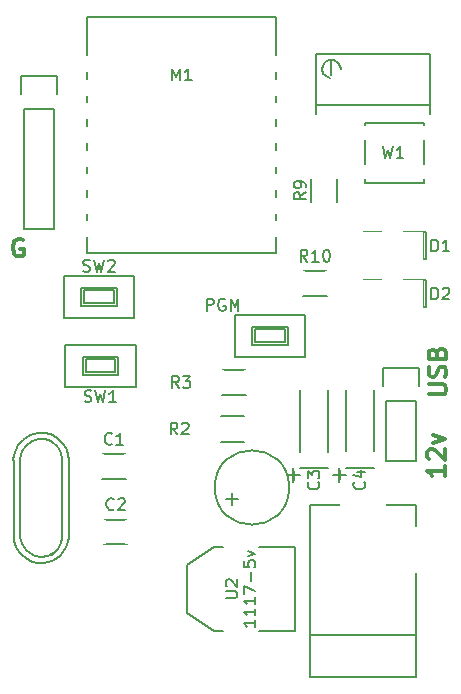
<source format=gto>
G04 #@! TF.FileFunction,Legend,Top*
%FSLAX46Y46*%
G04 Gerber Fmt 4.6, Leading zero omitted, Abs format (unit mm)*
G04 Created by KiCad (PCBNEW (2015-08-28 BZR 6132, Git 156d5f5)-product) date 30-Aug-15 1:46:12 AM*
%MOMM*%
G01*
G04 APERTURE LIST*
%ADD10C,0.100000*%
%ADD11C,0.300000*%
%ADD12C,0.150000*%
%ADD13R,2.400000X2.000000*%
%ADD14R,1.901140X3.399740*%
%ADD15C,1.901140*%
%ADD16R,3.900120X3.900120*%
%ADD17R,1.924000X2.432000*%
%ADD18R,2.432000X2.127200*%
%ADD19O,2.432000X2.127200*%
%ADD20R,2.400000X1.400000*%
%ADD21O,1.650000X1.350000*%
%ADD22O,1.400000X1.950000*%
%ADD23R,2.400000X2.100000*%
%ADD24R,2.100000X2.400000*%
%ADD25C,1.924000*%
%ADD26R,2.580000X2.000000*%
%ADD27R,2.432000X4.057600*%
%ADD28R,2.432000X1.416000*%
%ADD29R,1.900000X1.300000*%
%ADD30O,2.899360X2.398980*%
G04 APERTURE END LIST*
D10*
D11*
X139868257Y-92291200D02*
X139725400Y-92219771D01*
X139511114Y-92219771D01*
X139296829Y-92291200D01*
X139153971Y-92434057D01*
X139082543Y-92576914D01*
X139011114Y-92862629D01*
X139011114Y-93076914D01*
X139082543Y-93362629D01*
X139153971Y-93505486D01*
X139296829Y-93648343D01*
X139511114Y-93719771D01*
X139653971Y-93719771D01*
X139868257Y-93648343D01*
X139939686Y-93576914D01*
X139939686Y-93076914D01*
X139653971Y-93076914D01*
X175589511Y-111454822D02*
X175589511Y-112311965D01*
X175589511Y-111883393D02*
X174089511Y-111883393D01*
X174303797Y-112026250D01*
X174446654Y-112169108D01*
X174518083Y-112311965D01*
X174232369Y-110883394D02*
X174160940Y-110811965D01*
X174089511Y-110669108D01*
X174089511Y-110311965D01*
X174160940Y-110169108D01*
X174232369Y-110097679D01*
X174375226Y-110026251D01*
X174518083Y-110026251D01*
X174732369Y-110097679D01*
X175589511Y-110954822D01*
X175589511Y-110026251D01*
X174589511Y-109526251D02*
X175589511Y-109169108D01*
X174589511Y-108811966D01*
X174213971Y-105411557D02*
X175428257Y-105411557D01*
X175571114Y-105340129D01*
X175642543Y-105268700D01*
X175713971Y-105125843D01*
X175713971Y-104840129D01*
X175642543Y-104697271D01*
X175571114Y-104625843D01*
X175428257Y-104554414D01*
X174213971Y-104554414D01*
X175642543Y-103911557D02*
X175713971Y-103697271D01*
X175713971Y-103340128D01*
X175642543Y-103197271D01*
X175571114Y-103125842D01*
X175428257Y-103054414D01*
X175285400Y-103054414D01*
X175142543Y-103125842D01*
X175071114Y-103197271D01*
X174999686Y-103340128D01*
X174928257Y-103625842D01*
X174856829Y-103768700D01*
X174785400Y-103840128D01*
X174642543Y-103911557D01*
X174499686Y-103911557D01*
X174356829Y-103840128D01*
X174285400Y-103768700D01*
X174213971Y-103625842D01*
X174213971Y-103268700D01*
X174285400Y-103054414D01*
X174928257Y-101911557D02*
X174999686Y-101697271D01*
X175071114Y-101625843D01*
X175213971Y-101554414D01*
X175428257Y-101554414D01*
X175571114Y-101625843D01*
X175642543Y-101697271D01*
X175713971Y-101840129D01*
X175713971Y-102411557D01*
X174213971Y-102411557D01*
X174213971Y-101911557D01*
X174285400Y-101768700D01*
X174356829Y-101697271D01*
X174499686Y-101625843D01*
X174642543Y-101625843D01*
X174785400Y-101697271D01*
X174856829Y-101768700D01*
X174928257Y-101911557D01*
X174928257Y-102411557D01*
D12*
X148578000Y-110482000D02*
X146578000Y-110482000D01*
X146578000Y-112532000D02*
X148578000Y-112532000D01*
X148725320Y-116026820D02*
X146725320Y-116026820D01*
X146725320Y-118076820D02*
X148725320Y-118076820D01*
X165716140Y-110264940D02*
X165716140Y-105063020D01*
X163318380Y-105063020D02*
X163318380Y-110264940D01*
X162218560Y-112263920D02*
X163318380Y-112263920D01*
X162718940Y-112863360D02*
X162718940Y-111664480D01*
X163318380Y-111659400D02*
X165716140Y-111659400D01*
X169604880Y-110203980D02*
X169604880Y-105002060D01*
X167207120Y-105002060D02*
X167207120Y-110203980D01*
X166107300Y-112202960D02*
X167207120Y-112202960D01*
X166607680Y-112802400D02*
X166607680Y-111603520D01*
X167207120Y-111598440D02*
X169604880Y-111598440D01*
X157062360Y-114285760D02*
X158063120Y-114285760D01*
X157562740Y-114786140D02*
X157562740Y-113785380D01*
X162411600Y-113285000D02*
G75*
G03X162411600Y-113285000I-3149600J0D01*
G01*
X164159120Y-125794500D02*
X173160880Y-125794500D01*
X164159120Y-129294620D02*
X173160880Y-129294620D01*
X173160880Y-129294620D02*
X173160880Y-114793760D01*
X173160880Y-114793760D02*
X164159120Y-114793760D01*
X164159120Y-114793760D02*
X164159120Y-129294620D01*
X173740000Y-93981000D02*
X173994000Y-93981000D01*
X173994000Y-93981000D02*
X173994000Y-91695000D01*
X173994000Y-91695000D02*
X173740000Y-91695000D01*
X173740000Y-93981000D02*
X173740000Y-91695000D01*
X173740000Y-91695000D02*
X172089000Y-91695000D01*
X170311000Y-93981000D02*
X168660000Y-93981000D01*
X168660000Y-93981000D02*
X168660000Y-91695000D01*
X168660000Y-91695000D02*
X170311000Y-91695000D01*
X172089000Y-93981000D02*
X173740000Y-93981000D01*
X173740000Y-98045000D02*
X173994000Y-98045000D01*
X173994000Y-98045000D02*
X173994000Y-95759000D01*
X173994000Y-95759000D02*
X173740000Y-95759000D01*
X173740000Y-98045000D02*
X173740000Y-95759000D01*
X173740000Y-95759000D02*
X172089000Y-95759000D01*
X170311000Y-98045000D02*
X168660000Y-98045000D01*
X168660000Y-98045000D02*
X168660000Y-95759000D01*
X168660000Y-95759000D02*
X170311000Y-95759000D01*
X172089000Y-98045000D02*
X173740000Y-98045000D01*
X170615800Y-105969800D02*
X170615800Y-111049800D01*
X170615800Y-111049800D02*
X173155800Y-111049800D01*
X173155800Y-111049800D02*
X173155800Y-105969800D01*
X173435800Y-103149800D02*
X173435800Y-104699800D01*
X173155800Y-105969800D02*
X170615800Y-105969800D01*
X170335800Y-104699800D02*
X170335800Y-103149800D01*
X170335800Y-103149800D02*
X173435800Y-103149800D01*
X145293000Y-93440000D02*
X161293000Y-93440000D01*
X161293000Y-93440000D02*
X161293000Y-73440000D01*
X161293000Y-73440000D02*
X145293000Y-73440000D01*
X145293000Y-73440000D02*
X145293000Y-93440000D01*
X139678000Y-80011000D02*
X139678000Y-78461000D01*
X139678000Y-78461000D02*
X142778000Y-78461000D01*
X142778000Y-78461000D02*
X142778000Y-80011000D01*
X142498000Y-81281000D02*
X142498000Y-91441000D01*
X142498000Y-91441000D02*
X139958000Y-91441000D01*
X139958000Y-91441000D02*
X139958000Y-81281000D01*
X142498000Y-81281000D02*
X139958000Y-81281000D01*
X158611000Y-109407000D02*
X156611000Y-109407000D01*
X156611000Y-107257000D02*
X158611000Y-107257000D01*
X156738000Y-103320000D02*
X158738000Y-103320000D01*
X158738000Y-105470000D02*
X156738000Y-105470000D01*
X166433000Y-87139000D02*
X166433000Y-89139000D01*
X164283000Y-89139000D02*
X164283000Y-87139000D01*
X165596000Y-97088000D02*
X163596000Y-97088000D01*
X163596000Y-94938000D02*
X165596000Y-94938000D01*
X165993000Y-77090000D02*
X165993000Y-78360000D01*
X166780400Y-77839300D02*
X166742300Y-77585300D01*
X166742300Y-77585300D02*
X166564500Y-77305900D01*
X166564500Y-77305900D02*
X166247000Y-77090000D01*
X166247000Y-77090000D02*
X165802500Y-77077300D01*
X165802500Y-77077300D02*
X165446900Y-77280500D01*
X165446900Y-77280500D02*
X165269100Y-77572600D01*
X165269100Y-77572600D02*
X165218300Y-77890100D01*
X165218300Y-77890100D02*
X165319900Y-78296500D01*
X165319900Y-78296500D02*
X165662800Y-78550500D01*
X165662800Y-78550500D02*
X165840600Y-78639400D01*
X174375000Y-80900000D02*
X164723000Y-80900000D01*
X164723000Y-77852000D02*
X164723000Y-76582000D01*
X164723000Y-76582000D02*
X174375000Y-76582000D01*
X174375000Y-76582000D02*
X174375000Y-81662000D01*
X164723000Y-81662000D02*
X164723000Y-79122000D01*
X164723000Y-79122000D02*
X164723000Y-77852000D01*
X159546110Y-99907780D02*
X162046110Y-99907780D01*
X162046110Y-99907780D02*
X162046110Y-101007780D01*
X162046110Y-101007780D02*
X159546110Y-101007780D01*
X159546110Y-101007780D02*
X159546110Y-99907780D01*
X159296110Y-101257780D02*
X162296110Y-101257780D01*
X159296110Y-99657780D02*
X162296110Y-99657780D01*
X162296110Y-99657780D02*
X162296110Y-101257780D01*
X159296110Y-99657780D02*
X159296110Y-101257780D01*
X157796110Y-102207780D02*
X163796110Y-102207780D01*
X157796110Y-98707780D02*
X163796110Y-98707780D01*
X157796110Y-98707780D02*
X157796110Y-102207780D01*
X163796110Y-98707780D02*
X163796110Y-102207780D01*
X147674890Y-103548220D02*
X145174890Y-103548220D01*
X145174890Y-103548220D02*
X145174890Y-102448220D01*
X145174890Y-102448220D02*
X147674890Y-102448220D01*
X147674890Y-102448220D02*
X147674890Y-103548220D01*
X147924890Y-102198220D02*
X144924890Y-102198220D01*
X147924890Y-103798220D02*
X144924890Y-103798220D01*
X144924890Y-103798220D02*
X144924890Y-102198220D01*
X147924890Y-103798220D02*
X147924890Y-102198220D01*
X149424890Y-101248220D02*
X143424890Y-101248220D01*
X149424890Y-104748220D02*
X143424890Y-104748220D01*
X149424890Y-104748220D02*
X149424890Y-101248220D01*
X143424890Y-104748220D02*
X143424890Y-101248220D01*
X145068110Y-96605780D02*
X147568110Y-96605780D01*
X147568110Y-96605780D02*
X147568110Y-97705780D01*
X147568110Y-97705780D02*
X145068110Y-97705780D01*
X145068110Y-97705780D02*
X145068110Y-96605780D01*
X144818110Y-97955780D02*
X147818110Y-97955780D01*
X144818110Y-96355780D02*
X147818110Y-96355780D01*
X147818110Y-96355780D02*
X147818110Y-97955780D01*
X144818110Y-96355780D02*
X144818110Y-97955780D01*
X143318110Y-98905780D02*
X149318110Y-98905780D01*
X143318110Y-95405780D02*
X149318110Y-95405780D01*
X143318110Y-95405780D02*
X143318110Y-98905780D01*
X149318110Y-95405780D02*
X149318110Y-98905780D01*
X159866520Y-125441440D02*
X162914520Y-125441440D01*
X162914520Y-125441440D02*
X162914520Y-118329440D01*
X162914520Y-118329440D02*
X159866520Y-118329440D01*
X156818520Y-125441440D02*
X156056520Y-125441440D01*
X156056520Y-125441440D02*
X153770520Y-123917440D01*
X153770520Y-123917440D02*
X153770520Y-119853440D01*
X153770520Y-119853440D02*
X156056520Y-118329440D01*
X156056520Y-118329440D02*
X156818520Y-118329440D01*
X173827000Y-87464000D02*
X168827000Y-87464000D01*
X168827000Y-87464000D02*
X168827000Y-82464000D01*
X168827000Y-82464000D02*
X173827000Y-82464000D01*
X173827000Y-82464000D02*
X173827000Y-87464000D01*
X142411640Y-118873000D02*
X142010320Y-119073660D01*
X142010320Y-119073660D02*
X141410880Y-119175260D01*
X141410880Y-119175260D02*
X140910500Y-119073660D01*
X140910500Y-119073660D02*
X140212000Y-118674880D01*
X140212000Y-118674880D02*
X139810680Y-118072900D01*
X139810680Y-118072900D02*
X139610020Y-117473460D01*
X139610020Y-117473460D02*
X139610020Y-110874540D01*
X139610020Y-110874540D02*
X139810680Y-110173500D01*
X139810680Y-110173500D02*
X140110400Y-109774720D01*
X140110400Y-109774720D02*
X140610780Y-109373400D01*
X140610780Y-109373400D02*
X141210220Y-109172740D01*
X141210220Y-109172740D02*
X141710600Y-109172740D01*
X141710600Y-109172740D02*
X142210980Y-109373400D01*
X142210980Y-109373400D02*
X142810420Y-109873780D01*
X142810420Y-109873780D02*
X143110140Y-110374160D01*
X143110140Y-110374160D02*
X143211740Y-110874540D01*
X143211740Y-110973600D02*
X143211740Y-117575060D01*
X143211740Y-117575060D02*
X143110140Y-117973840D01*
X143110140Y-117973840D02*
X142810420Y-118474220D01*
X142810420Y-118474220D02*
X142310040Y-118974600D01*
X143740060Y-110983760D02*
X143691800Y-110524020D01*
X143691800Y-110524020D02*
X143580040Y-110125240D01*
X143580040Y-110125240D02*
X143361600Y-109693440D01*
X143361600Y-109693440D02*
X143130460Y-109403880D01*
X143130460Y-109403880D02*
X142779940Y-109073680D01*
X142779940Y-109073680D02*
X142241460Y-108784120D01*
X142241460Y-108784120D02*
X141642020Y-108654580D01*
X141642020Y-108654580D02*
X141131480Y-108654580D01*
X141131480Y-108654580D02*
X140430440Y-108824760D01*
X140430440Y-108824760D02*
X139841160Y-109223540D01*
X139841160Y-109223540D02*
X139470320Y-109683280D01*
X139470320Y-109683280D02*
X139262040Y-110104920D01*
X139262040Y-110104920D02*
X139102020Y-110554500D01*
X139102020Y-110554500D02*
X139071540Y-110993920D01*
X139289980Y-118334520D02*
X139510960Y-118712980D01*
X139510960Y-118712980D02*
X139790360Y-119033020D01*
X139790360Y-119033020D02*
X140120560Y-119284480D01*
X140120560Y-119284480D02*
X140671740Y-119584200D01*
X140671740Y-119584200D02*
X141141640Y-119693420D01*
X141141640Y-119693420D02*
X141601380Y-119713740D01*
X141601380Y-119713740D02*
X142061120Y-119624840D01*
X142061120Y-119624840D02*
X142510700Y-119434340D01*
X142510700Y-119434340D02*
X142980600Y-119073660D01*
X142980600Y-119073660D02*
X143300640Y-118723140D01*
X143300640Y-118723140D02*
X143531780Y-118334520D01*
X143531780Y-118334520D02*
X143671480Y-117905260D01*
X143671480Y-117905260D02*
X143740060Y-117463300D01*
X139081700Y-110973600D02*
X139081700Y-117425200D01*
X139081700Y-117425200D02*
X139119800Y-117844300D01*
X139119800Y-117844300D02*
X139289980Y-118334520D01*
X143740060Y-110973600D02*
X143740060Y-117425200D01*
X147411334Y-109564143D02*
X147363715Y-109611762D01*
X147220858Y-109659381D01*
X147125620Y-109659381D01*
X146982762Y-109611762D01*
X146887524Y-109516524D01*
X146839905Y-109421286D01*
X146792286Y-109230810D01*
X146792286Y-109087952D01*
X146839905Y-108897476D01*
X146887524Y-108802238D01*
X146982762Y-108707000D01*
X147125620Y-108659381D01*
X147220858Y-108659381D01*
X147363715Y-108707000D01*
X147411334Y-108754619D01*
X148363715Y-109659381D02*
X147792286Y-109659381D01*
X148078000Y-109659381D02*
X148078000Y-108659381D01*
X147982762Y-108802238D01*
X147887524Y-108897476D01*
X147792286Y-108945095D01*
X147558654Y-115108963D02*
X147511035Y-115156582D01*
X147368178Y-115204201D01*
X147272940Y-115204201D01*
X147130082Y-115156582D01*
X147034844Y-115061344D01*
X146987225Y-114966106D01*
X146939606Y-114775630D01*
X146939606Y-114632772D01*
X146987225Y-114442296D01*
X147034844Y-114347058D01*
X147130082Y-114251820D01*
X147272940Y-114204201D01*
X147368178Y-114204201D01*
X147511035Y-114251820D01*
X147558654Y-114299439D01*
X147939606Y-114299439D02*
X147987225Y-114251820D01*
X148082463Y-114204201D01*
X148320559Y-114204201D01*
X148415797Y-114251820D01*
X148463416Y-114299439D01*
X148511035Y-114394677D01*
X148511035Y-114489915D01*
X148463416Y-114632772D01*
X147891987Y-115204201D01*
X148511035Y-115204201D01*
X164874403Y-112830646D02*
X164922022Y-112878265D01*
X164969641Y-113021122D01*
X164969641Y-113116360D01*
X164922022Y-113259218D01*
X164826784Y-113354456D01*
X164731546Y-113402075D01*
X164541070Y-113449694D01*
X164398212Y-113449694D01*
X164207736Y-113402075D01*
X164112498Y-113354456D01*
X164017260Y-113259218D01*
X163969641Y-113116360D01*
X163969641Y-113021122D01*
X164017260Y-112878265D01*
X164064879Y-112830646D01*
X163969641Y-112497313D02*
X163969641Y-111878265D01*
X164350593Y-112211599D01*
X164350593Y-112068741D01*
X164398212Y-111973503D01*
X164445831Y-111925884D01*
X164541070Y-111878265D01*
X164779165Y-111878265D01*
X164874403Y-111925884D01*
X164922022Y-111973503D01*
X164969641Y-112068741D01*
X164969641Y-112354456D01*
X164922022Y-112449694D01*
X164874403Y-112497313D01*
X162787829Y-112644872D02*
X162787829Y-111882967D01*
X163168781Y-112263919D02*
X162406876Y-112263919D01*
X168763143Y-112816666D02*
X168810762Y-112864285D01*
X168858381Y-113007142D01*
X168858381Y-113102380D01*
X168810762Y-113245238D01*
X168715524Y-113340476D01*
X168620286Y-113388095D01*
X168429810Y-113435714D01*
X168286952Y-113435714D01*
X168096476Y-113388095D01*
X168001238Y-113340476D01*
X167906000Y-113245238D01*
X167858381Y-113102380D01*
X167858381Y-113007142D01*
X167906000Y-112864285D01*
X167953619Y-112816666D01*
X168191714Y-111959523D02*
X168858381Y-111959523D01*
X167810762Y-112197619D02*
X168525048Y-112435714D01*
X168525048Y-111816666D01*
X166676569Y-112583912D02*
X166676569Y-111822007D01*
X167057521Y-112202959D02*
X166295616Y-112202959D01*
X174461905Y-93290381D02*
X174461905Y-92290381D01*
X174700000Y-92290381D01*
X174842858Y-92338000D01*
X174938096Y-92433238D01*
X174985715Y-92528476D01*
X175033334Y-92718952D01*
X175033334Y-92861810D01*
X174985715Y-93052286D01*
X174938096Y-93147524D01*
X174842858Y-93242762D01*
X174700000Y-93290381D01*
X174461905Y-93290381D01*
X175985715Y-93290381D02*
X175414286Y-93290381D01*
X175700000Y-93290381D02*
X175700000Y-92290381D01*
X175604762Y-92433238D01*
X175509524Y-92528476D01*
X175414286Y-92576095D01*
X174461905Y-97354381D02*
X174461905Y-96354381D01*
X174700000Y-96354381D01*
X174842858Y-96402000D01*
X174938096Y-96497238D01*
X174985715Y-96592476D01*
X175033334Y-96782952D01*
X175033334Y-96925810D01*
X174985715Y-97116286D01*
X174938096Y-97211524D01*
X174842858Y-97306762D01*
X174700000Y-97354381D01*
X174461905Y-97354381D01*
X175414286Y-96449619D02*
X175461905Y-96402000D01*
X175557143Y-96354381D01*
X175795239Y-96354381D01*
X175890477Y-96402000D01*
X175938096Y-96449619D01*
X175985715Y-96544857D01*
X175985715Y-96640095D01*
X175938096Y-96782952D01*
X175366667Y-97354381D01*
X175985715Y-97354381D01*
X152483476Y-78812381D02*
X152483476Y-77812381D01*
X152816810Y-78526667D01*
X153150143Y-77812381D01*
X153150143Y-78812381D01*
X154150143Y-78812381D02*
X153578714Y-78812381D01*
X153864428Y-78812381D02*
X153864428Y-77812381D01*
X153769190Y-77955238D01*
X153673952Y-78050476D01*
X153578714Y-78098095D01*
X152944334Y-108784381D02*
X152611000Y-108308190D01*
X152372905Y-108784381D02*
X152372905Y-107784381D01*
X152753858Y-107784381D01*
X152849096Y-107832000D01*
X152896715Y-107879619D01*
X152944334Y-107974857D01*
X152944334Y-108117714D01*
X152896715Y-108212952D01*
X152849096Y-108260571D01*
X152753858Y-108308190D01*
X152372905Y-108308190D01*
X153325286Y-107879619D02*
X153372905Y-107832000D01*
X153468143Y-107784381D01*
X153706239Y-107784381D01*
X153801477Y-107832000D01*
X153849096Y-107879619D01*
X153896715Y-107974857D01*
X153896715Y-108070095D01*
X153849096Y-108212952D01*
X153277667Y-108784381D01*
X153896715Y-108784381D01*
X153071334Y-104847381D02*
X152738000Y-104371190D01*
X152499905Y-104847381D02*
X152499905Y-103847381D01*
X152880858Y-103847381D01*
X152976096Y-103895000D01*
X153023715Y-103942619D01*
X153071334Y-104037857D01*
X153071334Y-104180714D01*
X153023715Y-104275952D01*
X152976096Y-104323571D01*
X152880858Y-104371190D01*
X152499905Y-104371190D01*
X153404667Y-103847381D02*
X154023715Y-103847381D01*
X153690381Y-104228333D01*
X153833239Y-104228333D01*
X153928477Y-104275952D01*
X153976096Y-104323571D01*
X154023715Y-104418810D01*
X154023715Y-104656905D01*
X153976096Y-104752143D01*
X153928477Y-104799762D01*
X153833239Y-104847381D01*
X153547524Y-104847381D01*
X153452286Y-104799762D01*
X153404667Y-104752143D01*
X163810381Y-88305666D02*
X163334190Y-88639000D01*
X163810381Y-88877095D02*
X162810381Y-88877095D01*
X162810381Y-88496142D01*
X162858000Y-88400904D01*
X162905619Y-88353285D01*
X163000857Y-88305666D01*
X163143714Y-88305666D01*
X163238952Y-88353285D01*
X163286571Y-88400904D01*
X163334190Y-88496142D01*
X163334190Y-88877095D01*
X163810381Y-87829476D02*
X163810381Y-87639000D01*
X163762762Y-87543761D01*
X163715143Y-87496142D01*
X163572286Y-87400904D01*
X163381810Y-87353285D01*
X163000857Y-87353285D01*
X162905619Y-87400904D01*
X162858000Y-87448523D01*
X162810381Y-87543761D01*
X162810381Y-87734238D01*
X162858000Y-87829476D01*
X162905619Y-87877095D01*
X163000857Y-87924714D01*
X163238952Y-87924714D01*
X163334190Y-87877095D01*
X163381810Y-87829476D01*
X163429429Y-87734238D01*
X163429429Y-87543761D01*
X163381810Y-87448523D01*
X163334190Y-87400904D01*
X163238952Y-87353285D01*
X163953143Y-94165381D02*
X163619809Y-93689190D01*
X163381714Y-94165381D02*
X163381714Y-93165381D01*
X163762667Y-93165381D01*
X163857905Y-93213000D01*
X163905524Y-93260619D01*
X163953143Y-93355857D01*
X163953143Y-93498714D01*
X163905524Y-93593952D01*
X163857905Y-93641571D01*
X163762667Y-93689190D01*
X163381714Y-93689190D01*
X164905524Y-94165381D02*
X164334095Y-94165381D01*
X164619809Y-94165381D02*
X164619809Y-93165381D01*
X164524571Y-93308238D01*
X164429333Y-93403476D01*
X164334095Y-93451095D01*
X165524571Y-93165381D02*
X165619810Y-93165381D01*
X165715048Y-93213000D01*
X165762667Y-93260619D01*
X165810286Y-93355857D01*
X165857905Y-93546333D01*
X165857905Y-93784429D01*
X165810286Y-93974905D01*
X165762667Y-94070143D01*
X165715048Y-94117762D01*
X165619810Y-94165381D01*
X165524571Y-94165381D01*
X165429333Y-94117762D01*
X165381714Y-94070143D01*
X165334095Y-93974905D01*
X165286476Y-93784429D01*
X165286476Y-93546333D01*
X165334095Y-93355857D01*
X165381714Y-93260619D01*
X165429333Y-93213000D01*
X165524571Y-93165381D01*
X155452667Y-98310161D02*
X155452667Y-97310161D01*
X155833620Y-97310161D01*
X155928858Y-97357780D01*
X155976477Y-97405399D01*
X156024096Y-97500637D01*
X156024096Y-97643494D01*
X155976477Y-97738732D01*
X155928858Y-97786351D01*
X155833620Y-97833970D01*
X155452667Y-97833970D01*
X156976477Y-97357780D02*
X156881239Y-97310161D01*
X156738382Y-97310161D01*
X156595524Y-97357780D01*
X156500286Y-97453018D01*
X156452667Y-97548256D01*
X156405048Y-97738732D01*
X156405048Y-97881590D01*
X156452667Y-98072066D01*
X156500286Y-98167304D01*
X156595524Y-98262542D01*
X156738382Y-98310161D01*
X156833620Y-98310161D01*
X156976477Y-98262542D01*
X157024096Y-98214923D01*
X157024096Y-97881590D01*
X156833620Y-97881590D01*
X157452667Y-98310161D02*
X157452667Y-97310161D01*
X157786001Y-98024447D01*
X158119334Y-97310161D01*
X158119334Y-98310161D01*
X145091557Y-106002982D02*
X145234414Y-106050601D01*
X145472510Y-106050601D01*
X145567748Y-106002982D01*
X145615367Y-105955363D01*
X145662986Y-105860125D01*
X145662986Y-105764887D01*
X145615367Y-105669649D01*
X145567748Y-105622030D01*
X145472510Y-105574410D01*
X145282033Y-105526791D01*
X145186795Y-105479172D01*
X145139176Y-105431553D01*
X145091557Y-105336315D01*
X145091557Y-105241077D01*
X145139176Y-105145839D01*
X145186795Y-105098220D01*
X145282033Y-105050601D01*
X145520129Y-105050601D01*
X145662986Y-105098220D01*
X145996319Y-105050601D02*
X146234414Y-106050601D01*
X146424891Y-105336315D01*
X146615367Y-106050601D01*
X146853462Y-105050601D01*
X147758224Y-106050601D02*
X147186795Y-106050601D01*
X147472509Y-106050601D02*
X147472509Y-105050601D01*
X147377271Y-105193458D01*
X147282033Y-105288696D01*
X147186795Y-105336315D01*
X144984777Y-94960542D02*
X145127634Y-95008161D01*
X145365730Y-95008161D01*
X145460968Y-94960542D01*
X145508587Y-94912923D01*
X145556206Y-94817685D01*
X145556206Y-94722447D01*
X145508587Y-94627209D01*
X145460968Y-94579590D01*
X145365730Y-94531970D01*
X145175253Y-94484351D01*
X145080015Y-94436732D01*
X145032396Y-94389113D01*
X144984777Y-94293875D01*
X144984777Y-94198637D01*
X145032396Y-94103399D01*
X145080015Y-94055780D01*
X145175253Y-94008161D01*
X145413349Y-94008161D01*
X145556206Y-94055780D01*
X145889539Y-94008161D02*
X146127634Y-95008161D01*
X146318111Y-94293875D01*
X146508587Y-95008161D01*
X146746682Y-94008161D01*
X147080015Y-94103399D02*
X147127634Y-94055780D01*
X147222872Y-94008161D01*
X147460968Y-94008161D01*
X147556206Y-94055780D01*
X147603825Y-94103399D01*
X147651444Y-94198637D01*
X147651444Y-94293875D01*
X147603825Y-94436732D01*
X147032396Y-95008161D01*
X147651444Y-95008161D01*
X157032901Y-122647345D02*
X157842425Y-122647345D01*
X157937663Y-122599726D01*
X157985282Y-122552107D01*
X158032901Y-122456869D01*
X158032901Y-122266392D01*
X157985282Y-122171154D01*
X157937663Y-122123535D01*
X157842425Y-122075916D01*
X157032901Y-122075916D01*
X157128139Y-121647345D02*
X157080520Y-121599726D01*
X157032901Y-121504488D01*
X157032901Y-121266392D01*
X157080520Y-121171154D01*
X157128139Y-121123535D01*
X157223377Y-121075916D01*
X157318615Y-121075916D01*
X157461472Y-121123535D01*
X158032901Y-121694964D01*
X158032901Y-121075916D01*
X159556901Y-124504487D02*
X159556901Y-125075916D01*
X159556901Y-124790202D02*
X158556901Y-124790202D01*
X158699758Y-124885440D01*
X158794996Y-124980678D01*
X158842615Y-125075916D01*
X159556901Y-123552106D02*
X159556901Y-124123535D01*
X159556901Y-123837821D02*
X158556901Y-123837821D01*
X158699758Y-123933059D01*
X158794996Y-124028297D01*
X158842615Y-124123535D01*
X159556901Y-122599725D02*
X159556901Y-123171154D01*
X159556901Y-122885440D02*
X158556901Y-122885440D01*
X158699758Y-122980678D01*
X158794996Y-123075916D01*
X158842615Y-123171154D01*
X158556901Y-122266392D02*
X158556901Y-121599725D01*
X159556901Y-122028297D01*
X159175949Y-121218773D02*
X159175949Y-120456868D01*
X158556901Y-119504487D02*
X158556901Y-119980678D01*
X159033091Y-120028297D01*
X158985472Y-119980678D01*
X158937853Y-119885440D01*
X158937853Y-119647344D01*
X158985472Y-119552106D01*
X159033091Y-119504487D01*
X159128330Y-119456868D01*
X159366425Y-119456868D01*
X159461663Y-119504487D01*
X159509282Y-119552106D01*
X159556901Y-119647344D01*
X159556901Y-119885440D01*
X159509282Y-119980678D01*
X159461663Y-120028297D01*
X158890234Y-119123535D02*
X159556901Y-118885440D01*
X158890234Y-118647344D01*
X170320638Y-84390981D02*
X170558733Y-85390981D01*
X170749210Y-84676695D01*
X170939686Y-85390981D01*
X171177781Y-84390981D01*
X172082543Y-85390981D02*
X171511114Y-85390981D01*
X171796828Y-85390981D02*
X171796828Y-84390981D01*
X171701590Y-84533838D01*
X171606352Y-84629076D01*
X171511114Y-84676695D01*
%LPC*%
D13*
X145578000Y-111507000D03*
X149578000Y-111507000D03*
X145725320Y-117051820D03*
X149725320Y-117051820D03*
D14*
X164517260Y-105665000D03*
X164517260Y-109662960D03*
X168406000Y-105604040D03*
X168406000Y-109602000D03*
D15*
X159262000Y-112015000D03*
X159262000Y-114555000D03*
D16*
X168660000Y-115593860D03*
X168660000Y-121593340D03*
X173359000Y-118593600D03*
D17*
X172851000Y-92838000D03*
X169549000Y-92838000D03*
X172851000Y-96902000D03*
X169549000Y-96902000D03*
D18*
X171885800Y-104699800D03*
D19*
X171885800Y-107239800D03*
X171885800Y-109779800D03*
D20*
X161293000Y-91440000D03*
X161293000Y-89440000D03*
X161293000Y-87440000D03*
X161293000Y-85440000D03*
X161293000Y-83440000D03*
X161293000Y-81440000D03*
X161293000Y-79440000D03*
X161293000Y-77440000D03*
X145293000Y-91440000D03*
X145293000Y-89440000D03*
X145293000Y-87440000D03*
X145293000Y-85440000D03*
X145293000Y-83440000D03*
X145293000Y-81440000D03*
X145293000Y-79440000D03*
X145293000Y-77440000D03*
D21*
X148382180Y-121719900D03*
X143382180Y-121719900D03*
D22*
X149382180Y-124419900D03*
X142382180Y-124419900D03*
D18*
X141228000Y-80011000D03*
D19*
X141228000Y-82551000D03*
X141228000Y-85091000D03*
X141228000Y-87631000D03*
X141228000Y-90171000D03*
D23*
X155611000Y-108332000D03*
X159611000Y-108332000D03*
X159738000Y-104395000D03*
X155738000Y-104395000D03*
D24*
X165358000Y-90139000D03*
X165358000Y-86139000D03*
D23*
X162596000Y-96013000D03*
X166596000Y-96013000D03*
D25*
X169549000Y-79122000D03*
X172089000Y-79122000D03*
X167009000Y-79122000D03*
D26*
X156183570Y-100455680D03*
X165388430Y-100460320D03*
X151037430Y-103000320D03*
X141832570Y-102995680D03*
X141705570Y-97153680D03*
X150910430Y-97158320D03*
D27*
X155040520Y-121885440D03*
D28*
X161644520Y-121885440D03*
X161644520Y-119599440D03*
X161644520Y-124171440D03*
D29*
X173877000Y-86614000D03*
X173877000Y-83314000D03*
X168777000Y-83314000D03*
X168777000Y-86614000D03*
D30*
X141410880Y-111733060D03*
X141410880Y-116614940D03*
M02*

</source>
